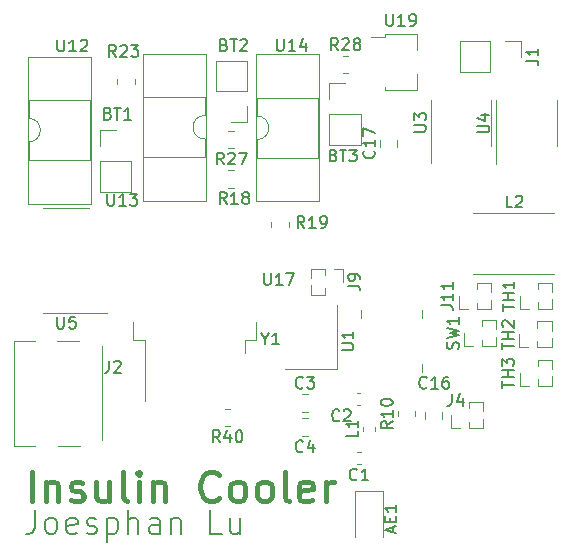
<source format=gbr>
%TF.GenerationSoftware,KiCad,Pcbnew,(6.0.2)*%
%TF.CreationDate,2022-05-11T05:14:46-07:00*%
%TF.ProjectId,InsulinCoolerBoard,496e7375-6c69-46e4-936f-6f6c6572426f,rev?*%
%TF.SameCoordinates,Original*%
%TF.FileFunction,Legend,Top*%
%TF.FilePolarity,Positive*%
%FSLAX46Y46*%
G04 Gerber Fmt 4.6, Leading zero omitted, Abs format (unit mm)*
G04 Created by KiCad (PCBNEW (6.0.2)) date 2022-05-11 05:14:46*
%MOMM*%
%LPD*%
G01*
G04 APERTURE LIST*
%ADD10C,0.200000*%
%ADD11C,0.400000*%
%ADD12C,0.150000*%
%ADD13C,0.120000*%
G04 APERTURE END LIST*
D10*
X98349847Y-106346761D02*
X98349847Y-107775333D01*
X98254609Y-108061047D01*
X98064133Y-108251523D01*
X97778419Y-108346761D01*
X97587942Y-108346761D01*
X99587942Y-108346761D02*
X99397466Y-108251523D01*
X99302228Y-108156285D01*
X99206990Y-107965809D01*
X99206990Y-107394380D01*
X99302228Y-107203904D01*
X99397466Y-107108666D01*
X99587942Y-107013428D01*
X99873657Y-107013428D01*
X100064133Y-107108666D01*
X100159371Y-107203904D01*
X100254609Y-107394380D01*
X100254609Y-107965809D01*
X100159371Y-108156285D01*
X100064133Y-108251523D01*
X99873657Y-108346761D01*
X99587942Y-108346761D01*
X101873657Y-108251523D02*
X101683180Y-108346761D01*
X101302228Y-108346761D01*
X101111752Y-108251523D01*
X101016514Y-108061047D01*
X101016514Y-107299142D01*
X101111752Y-107108666D01*
X101302228Y-107013428D01*
X101683180Y-107013428D01*
X101873657Y-107108666D01*
X101968895Y-107299142D01*
X101968895Y-107489619D01*
X101016514Y-107680095D01*
X102730800Y-108251523D02*
X102921276Y-108346761D01*
X103302228Y-108346761D01*
X103492704Y-108251523D01*
X103587942Y-108061047D01*
X103587942Y-107965809D01*
X103492704Y-107775333D01*
X103302228Y-107680095D01*
X103016514Y-107680095D01*
X102826038Y-107584857D01*
X102730800Y-107394380D01*
X102730800Y-107299142D01*
X102826038Y-107108666D01*
X103016514Y-107013428D01*
X103302228Y-107013428D01*
X103492704Y-107108666D01*
X104445085Y-107013428D02*
X104445085Y-109013428D01*
X104445085Y-107108666D02*
X104635561Y-107013428D01*
X105016514Y-107013428D01*
X105206990Y-107108666D01*
X105302228Y-107203904D01*
X105397466Y-107394380D01*
X105397466Y-107965809D01*
X105302228Y-108156285D01*
X105206990Y-108251523D01*
X105016514Y-108346761D01*
X104635561Y-108346761D01*
X104445085Y-108251523D01*
X106254609Y-108346761D02*
X106254609Y-106346761D01*
X107111752Y-108346761D02*
X107111752Y-107299142D01*
X107016514Y-107108666D01*
X106826038Y-107013428D01*
X106540323Y-107013428D01*
X106349847Y-107108666D01*
X106254609Y-107203904D01*
X108921276Y-108346761D02*
X108921276Y-107299142D01*
X108826038Y-107108666D01*
X108635561Y-107013428D01*
X108254609Y-107013428D01*
X108064133Y-107108666D01*
X108921276Y-108251523D02*
X108730800Y-108346761D01*
X108254609Y-108346761D01*
X108064133Y-108251523D01*
X107968895Y-108061047D01*
X107968895Y-107870571D01*
X108064133Y-107680095D01*
X108254609Y-107584857D01*
X108730800Y-107584857D01*
X108921276Y-107489619D01*
X109873657Y-107013428D02*
X109873657Y-108346761D01*
X109873657Y-107203904D02*
X109968895Y-107108666D01*
X110159371Y-107013428D01*
X110445085Y-107013428D01*
X110635561Y-107108666D01*
X110730800Y-107299142D01*
X110730800Y-108346761D01*
X114159371Y-108346761D02*
X113206990Y-108346761D01*
X113206990Y-106346761D01*
X115683180Y-107013428D02*
X115683180Y-108346761D01*
X114826038Y-107013428D02*
X114826038Y-108061047D01*
X114921276Y-108251523D01*
X115111752Y-108346761D01*
X115397466Y-108346761D01*
X115587942Y-108251523D01*
X115683180Y-108156285D01*
D11*
X98074152Y-105601152D02*
X98074152Y-103101152D01*
X99264628Y-103934485D02*
X99264628Y-105601152D01*
X99264628Y-104172580D02*
X99383676Y-104053533D01*
X99621771Y-103934485D01*
X99978914Y-103934485D01*
X100217009Y-104053533D01*
X100336057Y-104291628D01*
X100336057Y-105601152D01*
X101407485Y-105482104D02*
X101645580Y-105601152D01*
X102121771Y-105601152D01*
X102359866Y-105482104D01*
X102478914Y-105244009D01*
X102478914Y-105124961D01*
X102359866Y-104886866D01*
X102121771Y-104767819D01*
X101764628Y-104767819D01*
X101526533Y-104648771D01*
X101407485Y-104410676D01*
X101407485Y-104291628D01*
X101526533Y-104053533D01*
X101764628Y-103934485D01*
X102121771Y-103934485D01*
X102359866Y-104053533D01*
X104621771Y-103934485D02*
X104621771Y-105601152D01*
X103550342Y-103934485D02*
X103550342Y-105244009D01*
X103669390Y-105482104D01*
X103907485Y-105601152D01*
X104264628Y-105601152D01*
X104502723Y-105482104D01*
X104621771Y-105363057D01*
X106169390Y-105601152D02*
X105931295Y-105482104D01*
X105812247Y-105244009D01*
X105812247Y-103101152D01*
X107121771Y-105601152D02*
X107121771Y-103934485D01*
X107121771Y-103101152D02*
X107002723Y-103220200D01*
X107121771Y-103339247D01*
X107240819Y-103220200D01*
X107121771Y-103101152D01*
X107121771Y-103339247D01*
X108312247Y-103934485D02*
X108312247Y-105601152D01*
X108312247Y-104172580D02*
X108431295Y-104053533D01*
X108669390Y-103934485D01*
X109026533Y-103934485D01*
X109264628Y-104053533D01*
X109383676Y-104291628D01*
X109383676Y-105601152D01*
X113907485Y-105363057D02*
X113788438Y-105482104D01*
X113431295Y-105601152D01*
X113193200Y-105601152D01*
X112836057Y-105482104D01*
X112597961Y-105244009D01*
X112478914Y-105005914D01*
X112359866Y-104529723D01*
X112359866Y-104172580D01*
X112478914Y-103696390D01*
X112597961Y-103458295D01*
X112836057Y-103220200D01*
X113193200Y-103101152D01*
X113431295Y-103101152D01*
X113788438Y-103220200D01*
X113907485Y-103339247D01*
X115336057Y-105601152D02*
X115097961Y-105482104D01*
X114978914Y-105363057D01*
X114859866Y-105124961D01*
X114859866Y-104410676D01*
X114978914Y-104172580D01*
X115097961Y-104053533D01*
X115336057Y-103934485D01*
X115693200Y-103934485D01*
X115931295Y-104053533D01*
X116050342Y-104172580D01*
X116169390Y-104410676D01*
X116169390Y-105124961D01*
X116050342Y-105363057D01*
X115931295Y-105482104D01*
X115693200Y-105601152D01*
X115336057Y-105601152D01*
X117597961Y-105601152D02*
X117359866Y-105482104D01*
X117240819Y-105363057D01*
X117121771Y-105124961D01*
X117121771Y-104410676D01*
X117240819Y-104172580D01*
X117359866Y-104053533D01*
X117597961Y-103934485D01*
X117955104Y-103934485D01*
X118193200Y-104053533D01*
X118312247Y-104172580D01*
X118431295Y-104410676D01*
X118431295Y-105124961D01*
X118312247Y-105363057D01*
X118193200Y-105482104D01*
X117955104Y-105601152D01*
X117597961Y-105601152D01*
X119859866Y-105601152D02*
X119621771Y-105482104D01*
X119502723Y-105244009D01*
X119502723Y-103101152D01*
X121764628Y-105482104D02*
X121526533Y-105601152D01*
X121050342Y-105601152D01*
X120812247Y-105482104D01*
X120693200Y-105244009D01*
X120693200Y-104291628D01*
X120812247Y-104053533D01*
X121050342Y-103934485D01*
X121526533Y-103934485D01*
X121764628Y-104053533D01*
X121883676Y-104291628D01*
X121883676Y-104529723D01*
X120693200Y-104767819D01*
X122955104Y-105601152D02*
X122955104Y-103934485D01*
X122955104Y-104410676D02*
X123074152Y-104172580D01*
X123193200Y-104053533D01*
X123431295Y-103934485D01*
X123669390Y-103934485D01*
D12*
%TO.C,TH3*%
X137899580Y-96002314D02*
X137899580Y-95430885D01*
X138899580Y-95716600D02*
X137899580Y-95716600D01*
X138899580Y-95097552D02*
X137899580Y-95097552D01*
X138375771Y-95097552D02*
X138375771Y-94526123D01*
X138899580Y-94526123D02*
X137899580Y-94526123D01*
X137899580Y-94145171D02*
X137899580Y-93526123D01*
X138280533Y-93859457D01*
X138280533Y-93716600D01*
X138328152Y-93621361D01*
X138375771Y-93573742D01*
X138471009Y-93526123D01*
X138709104Y-93526123D01*
X138804342Y-93573742D01*
X138851961Y-93621361D01*
X138899580Y-93716600D01*
X138899580Y-94002314D01*
X138851961Y-94097552D01*
X138804342Y-94145171D01*
%TO.C,TH2*%
X137889180Y-92751114D02*
X137889180Y-92179685D01*
X138889180Y-92465400D02*
X137889180Y-92465400D01*
X138889180Y-91846352D02*
X137889180Y-91846352D01*
X138365371Y-91846352D02*
X138365371Y-91274923D01*
X138889180Y-91274923D02*
X137889180Y-91274923D01*
X137984419Y-90846352D02*
X137936800Y-90798733D01*
X137889180Y-90703495D01*
X137889180Y-90465400D01*
X137936800Y-90370161D01*
X137984419Y-90322542D01*
X138079657Y-90274923D01*
X138174895Y-90274923D01*
X138317752Y-90322542D01*
X138889180Y-90893971D01*
X138889180Y-90274923D01*
%TO.C,TH1*%
X137939980Y-89474514D02*
X137939980Y-88903085D01*
X138939980Y-89188800D02*
X137939980Y-89188800D01*
X138939980Y-88569752D02*
X137939980Y-88569752D01*
X138416171Y-88569752D02*
X138416171Y-87998323D01*
X138939980Y-87998323D02*
X137939980Y-87998323D01*
X138939980Y-86998323D02*
X138939980Y-87569752D01*
X138939980Y-87284038D02*
X137939980Y-87284038D01*
X138082838Y-87379276D01*
X138178076Y-87474514D01*
X138225695Y-87569752D01*
%TO.C,SW1*%
X134167961Y-92697133D02*
X134215580Y-92554276D01*
X134215580Y-92316180D01*
X134167961Y-92220942D01*
X134120342Y-92173323D01*
X134025104Y-92125704D01*
X133929866Y-92125704D01*
X133834628Y-92173323D01*
X133787009Y-92220942D01*
X133739390Y-92316180D01*
X133691771Y-92506657D01*
X133644152Y-92601895D01*
X133596533Y-92649514D01*
X133501295Y-92697133D01*
X133406057Y-92697133D01*
X133310819Y-92649514D01*
X133263200Y-92601895D01*
X133215580Y-92506657D01*
X133215580Y-92268561D01*
X133263200Y-92125704D01*
X133215580Y-91792371D02*
X134215580Y-91554276D01*
X133501295Y-91363800D01*
X134215580Y-91173323D01*
X133215580Y-90935228D01*
X134215580Y-90030466D02*
X134215580Y-90601895D01*
X134215580Y-90316180D02*
X133215580Y-90316180D01*
X133358438Y-90411419D01*
X133453676Y-90506657D01*
X133501295Y-90601895D01*
%TO.C,J11*%
X132732980Y-89023723D02*
X133447266Y-89023723D01*
X133590123Y-89071342D01*
X133685361Y-89166580D01*
X133732980Y-89309438D01*
X133732980Y-89404676D01*
X133732980Y-88023723D02*
X133732980Y-88595152D01*
X133732980Y-88309438D02*
X132732980Y-88309438D01*
X132875838Y-88404676D01*
X132971076Y-88499914D01*
X133018695Y-88595152D01*
X133732980Y-87071342D02*
X133732980Y-87642771D01*
X133732980Y-87357057D02*
X132732980Y-87357057D01*
X132875838Y-87452295D01*
X132971076Y-87547533D01*
X133018695Y-87642771D01*
%TO.C,J4*%
X133651666Y-96505780D02*
X133651666Y-97220066D01*
X133604047Y-97362923D01*
X133508809Y-97458161D01*
X133365952Y-97505780D01*
X133270714Y-97505780D01*
X134556428Y-96839114D02*
X134556428Y-97505780D01*
X134318333Y-96458161D02*
X134080238Y-97172447D01*
X134699285Y-97172447D01*
%TO.C,J9*%
X124853279Y-87345234D02*
X125567565Y-87345234D01*
X125710422Y-87392853D01*
X125805660Y-87488091D01*
X125853279Y-87630948D01*
X125853279Y-87726186D01*
X125853279Y-86821424D02*
X125853279Y-86630948D01*
X125805660Y-86535710D01*
X125758041Y-86488091D01*
X125615184Y-86392853D01*
X125424708Y-86345234D01*
X125043756Y-86345234D01*
X124948518Y-86392853D01*
X124900899Y-86440472D01*
X124853279Y-86535710D01*
X124853279Y-86726186D01*
X124900899Y-86821424D01*
X124948518Y-86869043D01*
X125043756Y-86916662D01*
X125281851Y-86916662D01*
X125377089Y-86869043D01*
X125424708Y-86821424D01*
X125472327Y-86726186D01*
X125472327Y-86535710D01*
X125424708Y-86440472D01*
X125377089Y-86392853D01*
X125281851Y-86345234D01*
%TO.C,C17*%
X127026942Y-75928457D02*
X127074561Y-75976076D01*
X127122180Y-76118933D01*
X127122180Y-76214171D01*
X127074561Y-76357028D01*
X126979323Y-76452266D01*
X126884085Y-76499885D01*
X126693609Y-76547504D01*
X126550752Y-76547504D01*
X126360276Y-76499885D01*
X126265038Y-76452266D01*
X126169800Y-76357028D01*
X126122180Y-76214171D01*
X126122180Y-76118933D01*
X126169800Y-75976076D01*
X126217419Y-75928457D01*
X127122180Y-74976076D02*
X127122180Y-75547504D01*
X127122180Y-75261790D02*
X126122180Y-75261790D01*
X126265038Y-75357028D01*
X126360276Y-75452266D01*
X126407895Y-75547504D01*
X126122180Y-74642742D02*
X126122180Y-73976076D01*
X127122180Y-74404647D01*
%TO.C,L1*%
X125692180Y-99633066D02*
X125692180Y-100109257D01*
X124692180Y-100109257D01*
X125692180Y-98775923D02*
X125692180Y-99347352D01*
X125692180Y-99061638D02*
X124692180Y-99061638D01*
X124835038Y-99156876D01*
X124930276Y-99252114D01*
X124977895Y-99347352D01*
%TO.C,U14*%
X118827704Y-66452580D02*
X118827704Y-67262104D01*
X118875323Y-67357342D01*
X118922942Y-67404961D01*
X119018180Y-67452580D01*
X119208657Y-67452580D01*
X119303895Y-67404961D01*
X119351514Y-67357342D01*
X119399133Y-67262104D01*
X119399133Y-66452580D01*
X120399133Y-67452580D02*
X119827704Y-67452580D01*
X120113419Y-67452580D02*
X120113419Y-66452580D01*
X120018180Y-66595438D01*
X119922942Y-66690676D01*
X119827704Y-66738295D01*
X121256276Y-66785914D02*
X121256276Y-67452580D01*
X121018180Y-66404961D02*
X120780085Y-67119247D01*
X121399133Y-67119247D01*
%TO.C,L2*%
X138756533Y-80716380D02*
X138280342Y-80716380D01*
X138280342Y-79716380D01*
X139042247Y-79811619D02*
X139089866Y-79764000D01*
X139185104Y-79716380D01*
X139423200Y-79716380D01*
X139518438Y-79764000D01*
X139566057Y-79811619D01*
X139613676Y-79906857D01*
X139613676Y-80002095D01*
X139566057Y-80144952D01*
X138994628Y-80716380D01*
X139613676Y-80716380D01*
%TO.C,R10*%
X128624679Y-98839257D02*
X128148489Y-99172590D01*
X128624679Y-99410685D02*
X127624679Y-99410685D01*
X127624679Y-99029733D01*
X127672299Y-98934495D01*
X127719918Y-98886876D01*
X127815156Y-98839257D01*
X127958013Y-98839257D01*
X128053251Y-98886876D01*
X128100870Y-98934495D01*
X128148489Y-99029733D01*
X128148489Y-99410685D01*
X128624679Y-97886876D02*
X128624679Y-98458304D01*
X128624679Y-98172590D02*
X127624679Y-98172590D01*
X127767537Y-98267828D01*
X127862775Y-98363066D01*
X127910394Y-98458304D01*
X127624679Y-97267828D02*
X127624679Y-97172590D01*
X127672299Y-97077352D01*
X127719918Y-97029733D01*
X127815156Y-96982114D01*
X128005632Y-96934495D01*
X128243727Y-96934495D01*
X128434203Y-96982114D01*
X128529441Y-97029733D01*
X128577060Y-97077352D01*
X128624679Y-97172590D01*
X128624679Y-97267828D01*
X128577060Y-97363066D01*
X128529441Y-97410685D01*
X128434203Y-97458304D01*
X128243727Y-97505923D01*
X128005632Y-97505923D01*
X127815156Y-97458304D01*
X127719918Y-97410685D01*
X127672299Y-97363066D01*
X127624679Y-97267828D01*
%TO.C,C3*%
X121046033Y-95959142D02*
X120998414Y-96006761D01*
X120855557Y-96054380D01*
X120760319Y-96054380D01*
X120617461Y-96006761D01*
X120522223Y-95911523D01*
X120474604Y-95816285D01*
X120426985Y-95625809D01*
X120426985Y-95482952D01*
X120474604Y-95292476D01*
X120522223Y-95197238D01*
X120617461Y-95102000D01*
X120760319Y-95054380D01*
X120855557Y-95054380D01*
X120998414Y-95102000D01*
X121046033Y-95149619D01*
X121379366Y-95054380D02*
X121998414Y-95054380D01*
X121665080Y-95435333D01*
X121807938Y-95435333D01*
X121903176Y-95482952D01*
X121950795Y-95530571D01*
X121998414Y-95625809D01*
X121998414Y-95863904D01*
X121950795Y-95959142D01*
X121903176Y-96006761D01*
X121807938Y-96054380D01*
X121522223Y-96054380D01*
X121426985Y-96006761D01*
X121379366Y-95959142D01*
%TO.C,C2*%
X124115533Y-98731342D02*
X124067914Y-98778961D01*
X123925057Y-98826580D01*
X123829819Y-98826580D01*
X123686961Y-98778961D01*
X123591723Y-98683723D01*
X123544104Y-98588485D01*
X123496485Y-98398009D01*
X123496485Y-98255152D01*
X123544104Y-98064676D01*
X123591723Y-97969438D01*
X123686961Y-97874200D01*
X123829819Y-97826580D01*
X123925057Y-97826580D01*
X124067914Y-97874200D01*
X124115533Y-97921819D01*
X124496485Y-97921819D02*
X124544104Y-97874200D01*
X124639342Y-97826580D01*
X124877438Y-97826580D01*
X124972676Y-97874200D01*
X125020295Y-97921819D01*
X125067914Y-98017057D01*
X125067914Y-98112295D01*
X125020295Y-98255152D01*
X124448866Y-98826580D01*
X125067914Y-98826580D01*
%TO.C,C1*%
X125615233Y-103742742D02*
X125567614Y-103790361D01*
X125424757Y-103837980D01*
X125329519Y-103837980D01*
X125186661Y-103790361D01*
X125091423Y-103695123D01*
X125043804Y-103599885D01*
X124996185Y-103409409D01*
X124996185Y-103266552D01*
X125043804Y-103076076D01*
X125091423Y-102980838D01*
X125186661Y-102885600D01*
X125329519Y-102837980D01*
X125424757Y-102837980D01*
X125567614Y-102885600D01*
X125615233Y-102933219D01*
X126567614Y-103837980D02*
X125996185Y-103837980D01*
X126281900Y-103837980D02*
X126281900Y-102837980D01*
X126186661Y-102980838D01*
X126091423Y-103076076D01*
X125996185Y-103123695D01*
%TO.C,BT2*%
X114352485Y-66954171D02*
X114495342Y-67001790D01*
X114542961Y-67049409D01*
X114590580Y-67144647D01*
X114590580Y-67287504D01*
X114542961Y-67382742D01*
X114495342Y-67430361D01*
X114400104Y-67477980D01*
X114019152Y-67477980D01*
X114019152Y-66477980D01*
X114352485Y-66477980D01*
X114447723Y-66525600D01*
X114495342Y-66573219D01*
X114542961Y-66668457D01*
X114542961Y-66763695D01*
X114495342Y-66858933D01*
X114447723Y-66906552D01*
X114352485Y-66954171D01*
X114019152Y-66954171D01*
X114876295Y-66477980D02*
X115447723Y-66477980D01*
X115162009Y-67477980D02*
X115162009Y-66477980D01*
X115733438Y-66573219D02*
X115781057Y-66525600D01*
X115876295Y-66477980D01*
X116114390Y-66477980D01*
X116209628Y-66525600D01*
X116257247Y-66573219D01*
X116304866Y-66668457D01*
X116304866Y-66763695D01*
X116257247Y-66906552D01*
X115685819Y-67477980D01*
X116304866Y-67477980D01*
%TO.C,J2*%
X104619466Y-93716180D02*
X104619466Y-94430466D01*
X104571847Y-94573323D01*
X104476609Y-94668561D01*
X104333752Y-94716180D01*
X104238514Y-94716180D01*
X105048038Y-93811419D02*
X105095657Y-93763800D01*
X105190895Y-93716180D01*
X105428990Y-93716180D01*
X105524228Y-93763800D01*
X105571847Y-93811419D01*
X105619466Y-93906657D01*
X105619466Y-94001895D01*
X105571847Y-94144752D01*
X105000419Y-94716180D01*
X105619466Y-94716180D01*
%TO.C,R40*%
X114012742Y-100603580D02*
X113679409Y-100127390D01*
X113441314Y-100603580D02*
X113441314Y-99603580D01*
X113822266Y-99603580D01*
X113917504Y-99651200D01*
X113965123Y-99698819D01*
X114012742Y-99794057D01*
X114012742Y-99936914D01*
X113965123Y-100032152D01*
X113917504Y-100079771D01*
X113822266Y-100127390D01*
X113441314Y-100127390D01*
X114869885Y-99936914D02*
X114869885Y-100603580D01*
X114631790Y-99555961D02*
X114393695Y-100270247D01*
X115012742Y-100270247D01*
X115584171Y-99603580D02*
X115679409Y-99603580D01*
X115774647Y-99651200D01*
X115822266Y-99698819D01*
X115869885Y-99794057D01*
X115917504Y-99984533D01*
X115917504Y-100222628D01*
X115869885Y-100413104D01*
X115822266Y-100508342D01*
X115774647Y-100555961D01*
X115679409Y-100603580D01*
X115584171Y-100603580D01*
X115488933Y-100555961D01*
X115441314Y-100508342D01*
X115393695Y-100413104D01*
X115346076Y-100222628D01*
X115346076Y-99984533D01*
X115393695Y-99794057D01*
X115441314Y-99698819D01*
X115488933Y-99651200D01*
X115584171Y-99603580D01*
%TO.C,Y1*%
X117837009Y-91847990D02*
X117837009Y-92324180D01*
X117503676Y-91324180D02*
X117837009Y-91847990D01*
X118170342Y-91324180D01*
X119027485Y-92324180D02*
X118456057Y-92324180D01*
X118741771Y-92324180D02*
X118741771Y-91324180D01*
X118646533Y-91467038D01*
X118551295Y-91562276D01*
X118456057Y-91609895D01*
%TO.C,BT3*%
X123623485Y-76306371D02*
X123766342Y-76353990D01*
X123813961Y-76401609D01*
X123861580Y-76496847D01*
X123861580Y-76639704D01*
X123813961Y-76734942D01*
X123766342Y-76782561D01*
X123671104Y-76830180D01*
X123290152Y-76830180D01*
X123290152Y-75830180D01*
X123623485Y-75830180D01*
X123718723Y-75877800D01*
X123766342Y-75925419D01*
X123813961Y-76020657D01*
X123813961Y-76115895D01*
X123766342Y-76211133D01*
X123718723Y-76258752D01*
X123623485Y-76306371D01*
X123290152Y-76306371D01*
X124147295Y-75830180D02*
X124718723Y-75830180D01*
X124433009Y-76830180D02*
X124433009Y-75830180D01*
X124956819Y-75830180D02*
X125575866Y-75830180D01*
X125242533Y-76211133D01*
X125385390Y-76211133D01*
X125480628Y-76258752D01*
X125528247Y-76306371D01*
X125575866Y-76401609D01*
X125575866Y-76639704D01*
X125528247Y-76734942D01*
X125480628Y-76782561D01*
X125385390Y-76830180D01*
X125099676Y-76830180D01*
X125004438Y-76782561D01*
X124956819Y-76734942D01*
%TO.C,AE1*%
X128661066Y-108229866D02*
X128661066Y-107753676D01*
X128946780Y-108325104D02*
X127946780Y-107991771D01*
X128946780Y-107658438D01*
X128422971Y-107325104D02*
X128422971Y-106991771D01*
X128946780Y-106848914D02*
X128946780Y-107325104D01*
X127946780Y-107325104D01*
X127946780Y-106848914D01*
X128946780Y-105896533D02*
X128946780Y-106467961D01*
X128946780Y-106182247D02*
X127946780Y-106182247D01*
X128089638Y-106277485D01*
X128184876Y-106372723D01*
X128232495Y-106467961D01*
%TO.C,U17*%
X117735504Y-86294980D02*
X117735504Y-87104504D01*
X117783123Y-87199742D01*
X117830742Y-87247361D01*
X117925980Y-87294980D01*
X118116457Y-87294980D01*
X118211695Y-87247361D01*
X118259314Y-87199742D01*
X118306933Y-87104504D01*
X118306933Y-86294980D01*
X119306933Y-87294980D02*
X118735504Y-87294980D01*
X119021219Y-87294980D02*
X119021219Y-86294980D01*
X118925980Y-86437838D01*
X118830742Y-86533076D01*
X118735504Y-86580695D01*
X119640266Y-86294980D02*
X120306933Y-86294980D01*
X119878361Y-87294980D01*
%TO.C,U1*%
X124317679Y-92814605D02*
X125127203Y-92814605D01*
X125222441Y-92766986D01*
X125270060Y-92719367D01*
X125317679Y-92624129D01*
X125317679Y-92433653D01*
X125270060Y-92338415D01*
X125222441Y-92290796D01*
X125127203Y-92243177D01*
X124317679Y-92243177D01*
X125317679Y-91243177D02*
X125317679Y-91814605D01*
X125317679Y-91528891D02*
X124317679Y-91528891D01*
X124460537Y-91624129D01*
X124555775Y-91719367D01*
X124603394Y-91814605D01*
%TO.C,C16*%
X131513342Y-95962742D02*
X131465723Y-96010361D01*
X131322866Y-96057980D01*
X131227628Y-96057980D01*
X131084771Y-96010361D01*
X130989533Y-95915123D01*
X130941914Y-95819885D01*
X130894295Y-95629409D01*
X130894295Y-95486552D01*
X130941914Y-95296076D01*
X130989533Y-95200838D01*
X131084771Y-95105600D01*
X131227628Y-95057980D01*
X131322866Y-95057980D01*
X131465723Y-95105600D01*
X131513342Y-95153219D01*
X132465723Y-96057980D02*
X131894295Y-96057980D01*
X132180009Y-96057980D02*
X132180009Y-95057980D01*
X132084771Y-95200838D01*
X131989533Y-95296076D01*
X131894295Y-95343695D01*
X133322866Y-95057980D02*
X133132390Y-95057980D01*
X133037152Y-95105600D01*
X132989533Y-95153219D01*
X132894295Y-95296076D01*
X132846676Y-95486552D01*
X132846676Y-95867504D01*
X132894295Y-95962742D01*
X132941914Y-96010361D01*
X133037152Y-96057980D01*
X133227628Y-96057980D01*
X133322866Y-96010361D01*
X133370485Y-95962742D01*
X133418104Y-95867504D01*
X133418104Y-95629409D01*
X133370485Y-95534171D01*
X133322866Y-95486552D01*
X133227628Y-95438933D01*
X133037152Y-95438933D01*
X132941914Y-95486552D01*
X132894295Y-95534171D01*
X132846676Y-95629409D01*
%TO.C,U19*%
X128093904Y-64354580D02*
X128093904Y-65164104D01*
X128141523Y-65259342D01*
X128189142Y-65306961D01*
X128284380Y-65354580D01*
X128474857Y-65354580D01*
X128570095Y-65306961D01*
X128617714Y-65259342D01*
X128665333Y-65164104D01*
X128665333Y-64354580D01*
X129665333Y-65354580D02*
X129093904Y-65354580D01*
X129379619Y-65354580D02*
X129379619Y-64354580D01*
X129284380Y-64497438D01*
X129189142Y-64592676D01*
X129093904Y-64640295D01*
X130141523Y-65354580D02*
X130332000Y-65354580D01*
X130427238Y-65306961D01*
X130474857Y-65259342D01*
X130570095Y-65116485D01*
X130617714Y-64926009D01*
X130617714Y-64545057D01*
X130570095Y-64449819D01*
X130522476Y-64402200D01*
X130427238Y-64354580D01*
X130236761Y-64354580D01*
X130141523Y-64402200D01*
X130093904Y-64449819D01*
X130046285Y-64545057D01*
X130046285Y-64783152D01*
X130093904Y-64878390D01*
X130141523Y-64926009D01*
X130236761Y-64973628D01*
X130427238Y-64973628D01*
X130522476Y-64926009D01*
X130570095Y-64878390D01*
X130617714Y-64783152D01*
%TO.C,R27*%
X114317542Y-77083180D02*
X113984209Y-76606990D01*
X113746114Y-77083180D02*
X113746114Y-76083180D01*
X114127066Y-76083180D01*
X114222304Y-76130800D01*
X114269923Y-76178419D01*
X114317542Y-76273657D01*
X114317542Y-76416514D01*
X114269923Y-76511752D01*
X114222304Y-76559371D01*
X114127066Y-76606990D01*
X113746114Y-76606990D01*
X114698495Y-76178419D02*
X114746114Y-76130800D01*
X114841352Y-76083180D01*
X115079447Y-76083180D01*
X115174685Y-76130800D01*
X115222304Y-76178419D01*
X115269923Y-76273657D01*
X115269923Y-76368895D01*
X115222304Y-76511752D01*
X114650876Y-77083180D01*
X115269923Y-77083180D01*
X115603257Y-76083180D02*
X116269923Y-76083180D01*
X115841352Y-77083180D01*
%TO.C,U5*%
X100228495Y-89974780D02*
X100228495Y-90784304D01*
X100276114Y-90879542D01*
X100323733Y-90927161D01*
X100418971Y-90974780D01*
X100609447Y-90974780D01*
X100704685Y-90927161D01*
X100752304Y-90879542D01*
X100799923Y-90784304D01*
X100799923Y-89974780D01*
X101752304Y-89974780D02*
X101276114Y-89974780D01*
X101228495Y-90450971D01*
X101276114Y-90403352D01*
X101371352Y-90355733D01*
X101609447Y-90355733D01*
X101704685Y-90403352D01*
X101752304Y-90450971D01*
X101799923Y-90546209D01*
X101799923Y-90784304D01*
X101752304Y-90879542D01*
X101704685Y-90927161D01*
X101609447Y-90974780D01*
X101371352Y-90974780D01*
X101276114Y-90927161D01*
X101228495Y-90879542D01*
%TO.C,U4*%
X135799580Y-74371104D02*
X136609104Y-74371104D01*
X136704342Y-74323485D01*
X136751961Y-74275866D01*
X136799580Y-74180628D01*
X136799580Y-73990152D01*
X136751961Y-73894914D01*
X136704342Y-73847295D01*
X136609104Y-73799676D01*
X135799580Y-73799676D01*
X136132914Y-72894914D02*
X136799580Y-72894914D01*
X135751961Y-73133009D02*
X136466247Y-73371104D01*
X136466247Y-72752057D01*
%TO.C,U12*%
X100255304Y-66519380D02*
X100255304Y-67328904D01*
X100302923Y-67424142D01*
X100350542Y-67471761D01*
X100445780Y-67519380D01*
X100636257Y-67519380D01*
X100731495Y-67471761D01*
X100779114Y-67424142D01*
X100826733Y-67328904D01*
X100826733Y-66519380D01*
X101826733Y-67519380D02*
X101255304Y-67519380D01*
X101541019Y-67519380D02*
X101541019Y-66519380D01*
X101445780Y-66662238D01*
X101350542Y-66757476D01*
X101255304Y-66805095D01*
X102207685Y-66614619D02*
X102255304Y-66567000D01*
X102350542Y-66519380D01*
X102588638Y-66519380D01*
X102683876Y-66567000D01*
X102731495Y-66614619D01*
X102779114Y-66709857D01*
X102779114Y-66805095D01*
X102731495Y-66947952D01*
X102160066Y-67519380D01*
X102779114Y-67519380D01*
%TO.C,C4*%
X121046033Y-101351142D02*
X120998414Y-101398761D01*
X120855557Y-101446380D01*
X120760319Y-101446380D01*
X120617461Y-101398761D01*
X120522223Y-101303523D01*
X120474604Y-101208285D01*
X120426985Y-101017809D01*
X120426985Y-100874952D01*
X120474604Y-100684476D01*
X120522223Y-100589238D01*
X120617461Y-100494000D01*
X120760319Y-100446380D01*
X120855557Y-100446380D01*
X120998414Y-100494000D01*
X121046033Y-100541619D01*
X121903176Y-100779714D02*
X121903176Y-101446380D01*
X121665080Y-100398761D02*
X121426985Y-101113047D01*
X122046033Y-101113047D01*
%TO.C,J1*%
X139958180Y-68282633D02*
X140672466Y-68282633D01*
X140815323Y-68330252D01*
X140910561Y-68425490D01*
X140958180Y-68568347D01*
X140958180Y-68663585D01*
X140958180Y-67282633D02*
X140958180Y-67854061D01*
X140958180Y-67568347D02*
X139958180Y-67568347D01*
X140101038Y-67663585D01*
X140196276Y-67758823D01*
X140243895Y-67854061D01*
%TO.C,BT1*%
X104522685Y-72755371D02*
X104665542Y-72802990D01*
X104713161Y-72850609D01*
X104760780Y-72945847D01*
X104760780Y-73088704D01*
X104713161Y-73183942D01*
X104665542Y-73231561D01*
X104570304Y-73279180D01*
X104189352Y-73279180D01*
X104189352Y-72279180D01*
X104522685Y-72279180D01*
X104617923Y-72326800D01*
X104665542Y-72374419D01*
X104713161Y-72469657D01*
X104713161Y-72564895D01*
X104665542Y-72660133D01*
X104617923Y-72707752D01*
X104522685Y-72755371D01*
X104189352Y-72755371D01*
X105046495Y-72279180D02*
X105617923Y-72279180D01*
X105332209Y-73279180D02*
X105332209Y-72279180D01*
X106475066Y-73279180D02*
X105903638Y-73279180D01*
X106189352Y-73279180D02*
X106189352Y-72279180D01*
X106094114Y-72422038D01*
X105998876Y-72517276D01*
X105903638Y-72564895D01*
%TO.C,U3*%
X130458180Y-74311204D02*
X131267704Y-74311204D01*
X131362942Y-74263585D01*
X131410561Y-74215966D01*
X131458180Y-74120728D01*
X131458180Y-73930252D01*
X131410561Y-73835014D01*
X131362942Y-73787395D01*
X131267704Y-73739776D01*
X130458180Y-73739776D01*
X130458180Y-73358823D02*
X130458180Y-72739776D01*
X130839133Y-73073109D01*
X130839133Y-72930252D01*
X130886752Y-72835014D01*
X130934371Y-72787395D01*
X131029609Y-72739776D01*
X131267704Y-72739776D01*
X131362942Y-72787395D01*
X131410561Y-72835014D01*
X131458180Y-72930252D01*
X131458180Y-73215966D01*
X131410561Y-73311204D01*
X131362942Y-73358823D01*
%TO.C,U13*%
X104476704Y-79563980D02*
X104476704Y-80373504D01*
X104524323Y-80468742D01*
X104571942Y-80516361D01*
X104667180Y-80563980D01*
X104857657Y-80563980D01*
X104952895Y-80516361D01*
X105000514Y-80468742D01*
X105048133Y-80373504D01*
X105048133Y-79563980D01*
X106048133Y-80563980D02*
X105476704Y-80563980D01*
X105762419Y-80563980D02*
X105762419Y-79563980D01*
X105667180Y-79706838D01*
X105571942Y-79802076D01*
X105476704Y-79849695D01*
X106381466Y-79563980D02*
X107000514Y-79563980D01*
X106667180Y-79944933D01*
X106810038Y-79944933D01*
X106905276Y-79992552D01*
X106952895Y-80040171D01*
X107000514Y-80135409D01*
X107000514Y-80373504D01*
X106952895Y-80468742D01*
X106905276Y-80516361D01*
X106810038Y-80563980D01*
X106524323Y-80563980D01*
X106429085Y-80516361D01*
X106381466Y-80468742D01*
%TO.C,R23*%
X105198942Y-67965580D02*
X104865609Y-67489390D01*
X104627514Y-67965580D02*
X104627514Y-66965580D01*
X105008466Y-66965580D01*
X105103704Y-67013200D01*
X105151323Y-67060819D01*
X105198942Y-67156057D01*
X105198942Y-67298914D01*
X105151323Y-67394152D01*
X105103704Y-67441771D01*
X105008466Y-67489390D01*
X104627514Y-67489390D01*
X105579895Y-67060819D02*
X105627514Y-67013200D01*
X105722752Y-66965580D01*
X105960847Y-66965580D01*
X106056085Y-67013200D01*
X106103704Y-67060819D01*
X106151323Y-67156057D01*
X106151323Y-67251295D01*
X106103704Y-67394152D01*
X105532276Y-67965580D01*
X106151323Y-67965580D01*
X106484657Y-66965580D02*
X107103704Y-66965580D01*
X106770371Y-67346533D01*
X106913228Y-67346533D01*
X107008466Y-67394152D01*
X107056085Y-67441771D01*
X107103704Y-67537009D01*
X107103704Y-67775104D01*
X107056085Y-67870342D01*
X107008466Y-67917961D01*
X106913228Y-67965580D01*
X106627514Y-67965580D01*
X106532276Y-67917961D01*
X106484657Y-67870342D01*
%TO.C,R28*%
X123985542Y-67407780D02*
X123652209Y-66931590D01*
X123414114Y-67407780D02*
X123414114Y-66407780D01*
X123795066Y-66407780D01*
X123890304Y-66455400D01*
X123937923Y-66503019D01*
X123985542Y-66598257D01*
X123985542Y-66741114D01*
X123937923Y-66836352D01*
X123890304Y-66883971D01*
X123795066Y-66931590D01*
X123414114Y-66931590D01*
X124366495Y-66503019D02*
X124414114Y-66455400D01*
X124509352Y-66407780D01*
X124747447Y-66407780D01*
X124842685Y-66455400D01*
X124890304Y-66503019D01*
X124937923Y-66598257D01*
X124937923Y-66693495D01*
X124890304Y-66836352D01*
X124318876Y-67407780D01*
X124937923Y-67407780D01*
X125509352Y-66836352D02*
X125414114Y-66788733D01*
X125366495Y-66741114D01*
X125318876Y-66645876D01*
X125318876Y-66598257D01*
X125366495Y-66503019D01*
X125414114Y-66455400D01*
X125509352Y-66407780D01*
X125699828Y-66407780D01*
X125795066Y-66455400D01*
X125842685Y-66503019D01*
X125890304Y-66598257D01*
X125890304Y-66645876D01*
X125842685Y-66741114D01*
X125795066Y-66788733D01*
X125699828Y-66836352D01*
X125509352Y-66836352D01*
X125414114Y-66883971D01*
X125366495Y-66931590D01*
X125318876Y-67026828D01*
X125318876Y-67217304D01*
X125366495Y-67312542D01*
X125414114Y-67360161D01*
X125509352Y-67407780D01*
X125699828Y-67407780D01*
X125795066Y-67360161D01*
X125842685Y-67312542D01*
X125890304Y-67217304D01*
X125890304Y-67026828D01*
X125842685Y-66931590D01*
X125795066Y-66883971D01*
X125699828Y-66836352D01*
%TO.C,R18*%
X114571542Y-80436980D02*
X114238209Y-79960790D01*
X114000114Y-80436980D02*
X114000114Y-79436980D01*
X114381066Y-79436980D01*
X114476304Y-79484600D01*
X114523923Y-79532219D01*
X114571542Y-79627457D01*
X114571542Y-79770314D01*
X114523923Y-79865552D01*
X114476304Y-79913171D01*
X114381066Y-79960790D01*
X114000114Y-79960790D01*
X115523923Y-80436980D02*
X114952495Y-80436980D01*
X115238209Y-80436980D02*
X115238209Y-79436980D01*
X115142971Y-79579838D01*
X115047733Y-79675076D01*
X114952495Y-79722695D01*
X116095352Y-79865552D02*
X116000114Y-79817933D01*
X115952495Y-79770314D01*
X115904876Y-79675076D01*
X115904876Y-79627457D01*
X115952495Y-79532219D01*
X116000114Y-79484600D01*
X116095352Y-79436980D01*
X116285828Y-79436980D01*
X116381066Y-79484600D01*
X116428685Y-79532219D01*
X116476304Y-79627457D01*
X116476304Y-79675076D01*
X116428685Y-79770314D01*
X116381066Y-79817933D01*
X116285828Y-79865552D01*
X116095352Y-79865552D01*
X116000114Y-79913171D01*
X115952495Y-79960790D01*
X115904876Y-80056028D01*
X115904876Y-80246504D01*
X115952495Y-80341742D01*
X116000114Y-80389361D01*
X116095352Y-80436980D01*
X116285828Y-80436980D01*
X116381066Y-80389361D01*
X116428685Y-80341742D01*
X116476304Y-80246504D01*
X116476304Y-80056028D01*
X116428685Y-79960790D01*
X116381066Y-79913171D01*
X116285828Y-79865552D01*
%TO.C,R19*%
X121150142Y-82468980D02*
X120816809Y-81992790D01*
X120578714Y-82468980D02*
X120578714Y-81468980D01*
X120959666Y-81468980D01*
X121054904Y-81516600D01*
X121102523Y-81564219D01*
X121150142Y-81659457D01*
X121150142Y-81802314D01*
X121102523Y-81897552D01*
X121054904Y-81945171D01*
X120959666Y-81992790D01*
X120578714Y-81992790D01*
X122102523Y-82468980D02*
X121531095Y-82468980D01*
X121816809Y-82468980D02*
X121816809Y-81468980D01*
X121721571Y-81611838D01*
X121626333Y-81707076D01*
X121531095Y-81754695D01*
X122578714Y-82468980D02*
X122769190Y-82468980D01*
X122864428Y-82421361D01*
X122912047Y-82373742D01*
X123007285Y-82230885D01*
X123054904Y-82040409D01*
X123054904Y-81659457D01*
X123007285Y-81564219D01*
X122959666Y-81516600D01*
X122864428Y-81468980D01*
X122673952Y-81468980D01*
X122578714Y-81516600D01*
X122531095Y-81564219D01*
X122483476Y-81659457D01*
X122483476Y-81897552D01*
X122531095Y-81992790D01*
X122578714Y-82040409D01*
X122673952Y-82088028D01*
X122864428Y-82088028D01*
X122959666Y-82040409D01*
X123007285Y-81992790D01*
X123054904Y-81897552D01*
D13*
%TO.C,TH3*%
X140902200Y-94153129D02*
X140902200Y-93606600D01*
X140902200Y-95826600D02*
X140902200Y-95280071D01*
X139382200Y-95826600D02*
X139382200Y-94716600D01*
X140902200Y-95826600D02*
X142107200Y-95826600D01*
X142107200Y-95826600D02*
X142107200Y-95024130D01*
X140142200Y-95826600D02*
X139382200Y-95826600D01*
X140902200Y-93606600D02*
X142107200Y-93606600D01*
X142107200Y-94409070D02*
X142107200Y-93606600D01*
%TO.C,TH2*%
X140891800Y-90901929D02*
X140891800Y-90355400D01*
X140891800Y-92575400D02*
X140891800Y-92028871D01*
X139371800Y-92575400D02*
X139371800Y-91465400D01*
X140891800Y-92575400D02*
X142096800Y-92575400D01*
X142096800Y-92575400D02*
X142096800Y-91772930D01*
X140131800Y-92575400D02*
X139371800Y-92575400D01*
X140891800Y-90355400D02*
X142096800Y-90355400D01*
X142096800Y-91157870D02*
X142096800Y-90355400D01*
%TO.C,TH1*%
X140942600Y-87625329D02*
X140942600Y-87078800D01*
X140942600Y-89298800D02*
X140942600Y-88752271D01*
X139422600Y-89298800D02*
X139422600Y-88188800D01*
X140942600Y-89298800D02*
X142147600Y-89298800D01*
X142147600Y-89298800D02*
X142147600Y-88496330D01*
X140182600Y-89298800D02*
X139422600Y-89298800D01*
X140942600Y-87078800D02*
X142147600Y-87078800D01*
X142147600Y-87881270D02*
X142147600Y-87078800D01*
%TO.C,SW1*%
X136218200Y-90800329D02*
X136218200Y-90253800D01*
X136218200Y-92473800D02*
X136218200Y-91927271D01*
X134698200Y-92473800D02*
X134698200Y-91363800D01*
X136218200Y-92473800D02*
X137423200Y-92473800D01*
X137423200Y-92473800D02*
X137423200Y-91671330D01*
X135458200Y-92473800D02*
X134698200Y-92473800D01*
X136218200Y-90253800D02*
X137423200Y-90253800D01*
X137423200Y-91056270D02*
X137423200Y-90253800D01*
%TO.C,J11*%
X135735600Y-87650729D02*
X135735600Y-87104200D01*
X135735600Y-89324200D02*
X135735600Y-88777671D01*
X134215600Y-89324200D02*
X134215600Y-88214200D01*
X135735600Y-89324200D02*
X136940600Y-89324200D01*
X136940600Y-89324200D02*
X136940600Y-88521730D01*
X134975600Y-89324200D02*
X134215600Y-89324200D01*
X135735600Y-87104200D02*
X136940600Y-87104200D01*
X136940600Y-87906670D02*
X136940600Y-87104200D01*
%TO.C,J4*%
X135100600Y-97734529D02*
X135100600Y-97188000D01*
X135100600Y-99408000D02*
X135100600Y-98861471D01*
X133580600Y-99408000D02*
X133580600Y-98298000D01*
X135100600Y-99408000D02*
X136305600Y-99408000D01*
X136305600Y-99408000D02*
X136305600Y-98605530D01*
X134340600Y-99408000D02*
X133580600Y-99408000D01*
X135100600Y-97188000D02*
X136305600Y-97188000D01*
X136305600Y-97990470D02*
X136305600Y-97188000D01*
%TO.C,J9*%
X122945899Y-87575372D02*
X122945899Y-88121901D01*
X122945899Y-85901901D02*
X122945899Y-86448430D01*
X124465899Y-85901901D02*
X124465899Y-87011901D01*
X122945899Y-85901901D02*
X121740899Y-85901901D01*
X121740899Y-85901901D02*
X121740899Y-86704371D01*
X123705899Y-85901901D02*
X124465899Y-85901901D01*
X122945899Y-88121901D02*
X121740899Y-88121901D01*
X121740899Y-87319431D02*
X121740899Y-88121901D01*
%TO.C,C17*%
X127535000Y-75572252D02*
X127535000Y-75049748D01*
X129005000Y-75572252D02*
X129005000Y-75049748D01*
%TO.C,L1*%
X127179800Y-99637667D02*
X127179800Y-99295133D01*
X126159800Y-99637667D02*
X126159800Y-99295133D01*
%TO.C,U14*%
X117135600Y-71448200D02*
X117135600Y-72983200D01*
X117135600Y-74983200D02*
X117135600Y-76518200D01*
X117135600Y-76518200D02*
X122335600Y-76518200D01*
X122395600Y-67748200D02*
X117075600Y-67748200D01*
X117075600Y-67748200D02*
X117075600Y-80218200D01*
X122335600Y-71448200D02*
X117135600Y-71448200D01*
X122395600Y-80218200D02*
X122395600Y-67748200D01*
X117075600Y-80218200D02*
X122395600Y-80218200D01*
X122335600Y-76518200D02*
X122335600Y-71448200D01*
X117135600Y-74983200D02*
G75*
G03*
X117135600Y-72983200I0J1000000D01*
G01*
%TO.C,L2*%
X142297000Y-86319200D02*
X135397000Y-86319200D01*
X142297000Y-81219200D02*
X135397000Y-81219200D01*
%TO.C,R10*%
X129087299Y-98423464D02*
X129087299Y-97969336D01*
X130557299Y-98423464D02*
X130557299Y-97969336D01*
%TO.C,C3*%
X120951448Y-96547000D02*
X121473952Y-96547000D01*
X120951448Y-98017000D02*
X121473952Y-98017000D01*
%TO.C,C2*%
X125901667Y-97487200D02*
X125609133Y-97487200D01*
X125901667Y-96467200D02*
X125609133Y-96467200D01*
%TO.C,C1*%
X125928167Y-102465600D02*
X125635633Y-102465600D01*
X125928167Y-101445600D02*
X125635633Y-101445600D01*
%TO.C,BT2*%
X116315800Y-72161400D02*
X116315800Y-73491400D01*
X116315800Y-68291400D02*
X113655800Y-68291400D01*
X116315800Y-70891400D02*
X116315800Y-68291400D01*
X116315800Y-70891400D02*
X113655800Y-70891400D01*
X116315800Y-73491400D02*
X114985800Y-73491400D01*
X113655800Y-70891400D02*
X113655800Y-68291400D01*
%TO.C,J2*%
X98324855Y-91998600D02*
X96600055Y-91998600D01*
X100255255Y-92020200D02*
X102084055Y-92020200D01*
X96600055Y-100898600D02*
X98375655Y-100898600D01*
X104000055Y-100402200D02*
X104000055Y-92477400D01*
X96600055Y-91998600D02*
X96600055Y-100898600D01*
X100306055Y-100910200D02*
X102134855Y-100910200D01*
%TO.C,R40*%
X114882664Y-99236200D02*
X114428536Y-99236200D01*
X114882664Y-97766200D02*
X114428536Y-97766200D01*
%TO.C,Y1*%
X123883299Y-94424701D02*
X123883299Y-89024701D01*
X119483299Y-94424701D02*
X123883299Y-94424701D01*
%TO.C,BT3*%
X123282400Y-71551800D02*
X123282400Y-70221800D01*
X123282400Y-75421800D02*
X125942400Y-75421800D01*
X123282400Y-72821800D02*
X123282400Y-75421800D01*
X123282400Y-72821800D02*
X125942400Y-72821800D01*
X123282400Y-70221800D02*
X124612400Y-70221800D01*
X125942400Y-72821800D02*
X125942400Y-75421800D01*
%TO.C,AE1*%
X127804400Y-104753200D02*
X125484400Y-104753200D01*
X125484400Y-104753200D02*
X125484400Y-108663200D01*
X127804400Y-108663200D02*
X127804400Y-104753200D01*
%TO.C,U17*%
X117080600Y-90461800D02*
X117080600Y-91961800D01*
X117080600Y-91961800D02*
X116130600Y-91961800D01*
X106680600Y-91961800D02*
X107630600Y-91961800D01*
X107630600Y-91961800D02*
X107630600Y-97086800D01*
X106680600Y-90461800D02*
X106680600Y-91961800D01*
X116130600Y-91961800D02*
X116130600Y-93061800D01*
%TO.C,U1*%
X131148299Y-90117701D02*
X131148299Y-89442701D01*
X131148299Y-93987701D02*
X131148299Y-94662701D01*
X125928299Y-90117701D02*
X125928299Y-89442701D01*
%TO.C,C16*%
X132843299Y-98075149D02*
X132843299Y-98597653D01*
X131373299Y-98075149D02*
X131373299Y-98597653D01*
%TO.C,U19*%
X130692000Y-66042200D02*
X130692000Y-67352200D01*
X127972000Y-66042200D02*
X130692000Y-66042200D01*
X127972000Y-66042200D02*
X127972000Y-66272200D01*
X130692000Y-69452200D02*
X130692000Y-70762200D01*
X126832000Y-66272200D02*
X127972000Y-66272200D01*
X127972000Y-70762200D02*
X127972000Y-70532200D01*
X130692000Y-70762200D02*
X127972000Y-70762200D01*
%TO.C,R27*%
X115187464Y-75715800D02*
X114733336Y-75715800D01*
X115187464Y-74245800D02*
X114733336Y-74245800D01*
%TO.C,U5*%
X100990400Y-89677400D02*
X99040400Y-89677400D01*
X100990400Y-80807400D02*
X99040400Y-80807400D01*
X100990400Y-89677400D02*
X104440400Y-89677400D01*
X100990400Y-80807400D02*
X102940400Y-80807400D01*
%TO.C,U4*%
X137405982Y-73567400D02*
X137405982Y-71617400D01*
X142525982Y-73567400D02*
X142525982Y-75517400D01*
X142525982Y-73567400D02*
X142525982Y-71617400D01*
X137405982Y-73567400D02*
X137405982Y-77017400D01*
%TO.C,U12*%
X97806200Y-71644000D02*
X97806200Y-73179000D01*
X97806200Y-75179000D02*
X97806200Y-76714000D01*
X97806200Y-76714000D02*
X103006200Y-76714000D01*
X103066200Y-67944000D02*
X97746200Y-67944000D01*
X97746200Y-67944000D02*
X97746200Y-80414000D01*
X103006200Y-71644000D02*
X97806200Y-71644000D01*
X103066200Y-80414000D02*
X103066200Y-67944000D01*
X97746200Y-80414000D02*
X103066200Y-80414000D01*
X103006200Y-76714000D02*
X103006200Y-71644000D01*
X97806200Y-75179000D02*
G75*
G03*
X97806200Y-73179000I0J1000000D01*
G01*
%TO.C,C4*%
X121473952Y-100049000D02*
X120951448Y-100049000D01*
X121473952Y-98579000D02*
X120951448Y-98579000D01*
%TO.C,J1*%
X138175800Y-66619300D02*
X139505800Y-66619300D01*
X134305800Y-66619300D02*
X134305800Y-69279300D01*
X136905800Y-66619300D02*
X134305800Y-66619300D01*
X136905800Y-66619300D02*
X136905800Y-69279300D01*
X139505800Y-66619300D02*
X139505800Y-67949300D01*
X136905800Y-69279300D02*
X134305800Y-69279300D01*
%TO.C,BT1*%
X103851400Y-75514200D02*
X103851400Y-74184200D01*
X103851400Y-79384200D02*
X106511400Y-79384200D01*
X103851400Y-76784200D02*
X103851400Y-79384200D01*
X103851400Y-76784200D02*
X106511400Y-76784200D01*
X103851400Y-74184200D02*
X105181400Y-74184200D01*
X106511400Y-76784200D02*
X106511400Y-79384200D01*
%TO.C,U3*%
X131845800Y-73549300D02*
X131845800Y-71599300D01*
X136965800Y-73549300D02*
X136965800Y-75499300D01*
X136965800Y-73549300D02*
X136965800Y-71599300D01*
X131845800Y-73549300D02*
X131845800Y-76999300D01*
%TO.C,U13*%
X112734400Y-76467400D02*
X112734400Y-74932400D01*
X112734400Y-72932400D02*
X112734400Y-71397400D01*
X112734400Y-71397400D02*
X107534400Y-71397400D01*
X107474400Y-80167400D02*
X112794400Y-80167400D01*
X112794400Y-80167400D02*
X112794400Y-67697400D01*
X107534400Y-76467400D02*
X112734400Y-76467400D01*
X107474400Y-67697400D02*
X107474400Y-80167400D01*
X112794400Y-67697400D02*
X107474400Y-67697400D01*
X107534400Y-71397400D02*
X107534400Y-76467400D01*
X112734400Y-72932400D02*
G75*
G03*
X112734400Y-74932400I0J-1000000D01*
G01*
%TO.C,R23*%
X105335400Y-70305664D02*
X105335400Y-69851536D01*
X106805400Y-70305664D02*
X106805400Y-69851536D01*
%TO.C,R28*%
X124401336Y-67870400D02*
X124855464Y-67870400D01*
X124401336Y-69340400D02*
X124855464Y-69340400D01*
%TO.C,R18*%
X114733336Y-77573200D02*
X115187464Y-77573200D01*
X114733336Y-79043200D02*
X115187464Y-79043200D01*
%TO.C,R19*%
X119835600Y-81916536D02*
X119835600Y-82370664D01*
X118365600Y-81916536D02*
X118365600Y-82370664D01*
%TD*%
M02*

</source>
